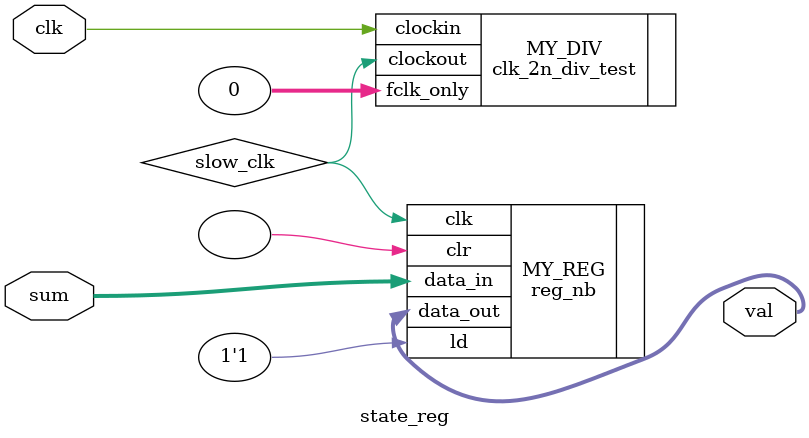
<source format=v>
`timescale 1ns / 1ps


module state_reg(
    input [3:0] sum,
    input clk,
    output [3:0] val
    );
    
    wire slow_clk; 
    
    reg_nb #(.n(4)) MY_REG (
        .data_in  (sum), 
        .ld       (1'b1), 
        .clk      (slow_clk), 
        .clr      (), 
        .data_out (val)
        );
        
    clk_2n_div_test #(.n(25)) MY_DIV (
        .clockin   (clk), 
        .fclk_only (0),          
        .clockout  (slow_clk)  
        );
        
        
        
endmodule

</source>
